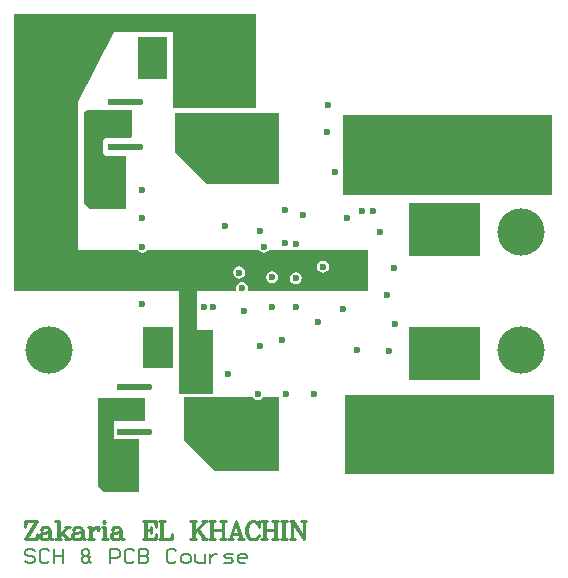
<source format=gtl>
G04*
G04 #@! TF.GenerationSoftware,Altium Limited,Altium Designer,19.1.7 (138)*
G04*
G04 Layer_Physical_Order=1*
G04 Layer_Color=255*
%FSLAX44Y44*%
%MOMM*%
G71*
G01*
G75*
%ADD10C,0.2000*%
%ADD11C,0.2540*%
%ADD12R,2.1000X0.6000*%
%ADD13R,2.5500X2.7500*%
%ADD14R,0.9000X2.5000*%
%ADD15R,3.8500X5.5000*%
%ADD23C,0.5000*%
%ADD24C,4.0000*%
%ADD25C,0.6000*%
G36*
X150000Y430000D02*
X125000D01*
Y465000D01*
X150000D01*
Y430000D01*
D02*
G37*
G36*
X225000Y480000D02*
X225000Y405000D01*
X155000Y405000D01*
Y470000D01*
X105000D01*
X75000Y410000D01*
Y285000D01*
X124991D01*
X125395Y284395D01*
X127049Y283290D01*
X129000Y282902D01*
X130951Y283290D01*
X132605Y284395D01*
X133009Y285000D01*
X227991Y285000D01*
X228395Y284395D01*
X230049Y283290D01*
X232000Y282902D01*
X233951Y283290D01*
X235605Y284395D01*
X236009Y285000D01*
X258508D01*
X259000Y284902D01*
X259492Y285000D01*
X320000D01*
X320000Y250000D01*
X218808D01*
X218141Y251270D01*
X218486Y253000D01*
X218097Y254951D01*
X216992Y256605D01*
X215338Y257710D01*
X213388Y258098D01*
X211437Y257710D01*
X209783Y256605D01*
X208678Y254951D01*
X208290Y253000D01*
X208634Y251270D01*
X207968Y250000D01*
X175000D01*
Y217000D01*
X189000D01*
Y163039D01*
X164000D01*
X163803Y163000D01*
X160000D01*
Y250000D01*
X20000Y250000D01*
X20000Y485000D01*
X225000D01*
Y480000D01*
D02*
G37*
G36*
X245000Y341000D02*
X184000D01*
X157000Y368000D01*
Y401000D01*
X245000D01*
Y341000D01*
D02*
G37*
G36*
X476000Y332000D02*
X299000D01*
Y399000D01*
X476000D01*
Y332000D01*
D02*
G37*
G36*
X120000Y404000D02*
X120000Y381270D01*
X118730Y380000D01*
X98000D01*
X96000Y378000D01*
Y367000D01*
X98000Y365000D01*
X115000D01*
Y320000D01*
X85000D01*
X80000Y325000D01*
X80000Y402000D01*
X83000Y404000D01*
X120000Y404000D01*
D02*
G37*
G36*
X415000Y280000D02*
X355000D01*
Y325000D01*
X415000D01*
Y280000D01*
D02*
G37*
G36*
X155000Y185000D02*
X130000D01*
Y220000D01*
X155000D01*
Y185000D01*
D02*
G37*
G36*
X415000Y175000D02*
X355000D01*
Y220000D01*
X415000D01*
Y175000D01*
D02*
G37*
G36*
X245000Y98000D02*
X190000D01*
X164000Y124000D01*
Y161000D01*
X222323D01*
X223395Y159395D01*
X225049Y158290D01*
X227000Y157902D01*
X228951Y158290D01*
X230605Y159395D01*
X231677Y161000D01*
X245000D01*
Y98000D01*
D02*
G37*
G36*
X478000Y95000D02*
X301000D01*
Y162000D01*
X478000D01*
Y95000D01*
D02*
G37*
G36*
X131240Y140000D02*
X105000D01*
Y125000D01*
X126240D01*
Y80000D01*
X96240D01*
X91240Y85000D01*
Y160000D01*
X131240D01*
Y140000D01*
D02*
G37*
%LPC*%
G36*
X282000Y276098D02*
X280049Y275710D01*
X278395Y274605D01*
X277290Y272951D01*
X276902Y271000D01*
X277290Y269049D01*
X278395Y267395D01*
X280049Y266290D01*
X282000Y265902D01*
X283951Y266290D01*
X285605Y267395D01*
X286710Y269049D01*
X287098Y271000D01*
X286710Y272951D01*
X285605Y274605D01*
X283951Y275710D01*
X282000Y276098D01*
D02*
G37*
G36*
X211000Y271098D02*
X209049Y270710D01*
X207395Y269605D01*
X206290Y267951D01*
X205902Y266000D01*
X206290Y264049D01*
X207395Y262395D01*
X209049Y261290D01*
X211000Y260902D01*
X212951Y261290D01*
X214605Y262395D01*
X215710Y264049D01*
X216098Y266000D01*
X215710Y267951D01*
X214605Y269605D01*
X212951Y270710D01*
X211000Y271098D01*
D02*
G37*
G36*
X239000Y267098D02*
X237049Y266710D01*
X235395Y265605D01*
X234290Y263951D01*
X233902Y262000D01*
X234290Y260049D01*
X235395Y258395D01*
X237049Y257290D01*
X239000Y256902D01*
X240951Y257290D01*
X242605Y258395D01*
X243710Y260049D01*
X244098Y262000D01*
X243710Y263951D01*
X242605Y265605D01*
X240951Y266710D01*
X239000Y267098D01*
D02*
G37*
G36*
X259000Y266098D02*
X257049Y265710D01*
X255395Y264605D01*
X254290Y262951D01*
X253902Y261000D01*
X254290Y259049D01*
X255395Y257395D01*
X257049Y256290D01*
X259000Y255902D01*
X260951Y256290D01*
X262605Y257395D01*
X263710Y259049D01*
X264098Y261000D01*
X263710Y262951D01*
X262605Y264605D01*
X260951Y265710D01*
X259000Y266098D01*
D02*
G37*
G36*
X222300Y134009D02*
X221129Y133776D01*
X220137Y133113D01*
X219474Y132121D01*
X219241Y130950D01*
X219474Y129780D01*
X220137Y128787D01*
X221087Y127837D01*
X222079Y127174D01*
X223250Y126941D01*
X224421Y127174D01*
X225413Y127837D01*
X226076Y128829D01*
X226309Y130000D01*
X226076Y131171D01*
X225413Y132163D01*
X224463Y133113D01*
X223470Y133776D01*
X222300Y134009D01*
D02*
G37*
%LPD*%
D10*
Y130950D02*
X223250Y130000D01*
X37997Y29997D02*
X35998Y31996D01*
X31999D01*
X30000Y29997D01*
Y27997D01*
X31999Y25998D01*
X35998D01*
X37997Y23999D01*
Y21999D01*
X35998Y20000D01*
X31999D01*
X30000Y21999D01*
X49994Y29997D02*
X47994Y31996D01*
X43995D01*
X41996Y29997D01*
Y21999D01*
X43995Y20000D01*
X47994D01*
X49994Y21999D01*
X53992Y31996D02*
Y20000D01*
Y25998D01*
X61990D01*
Y31996D01*
Y20000D01*
X85982D02*
X83982Y21999D01*
X81983Y20000D01*
X79984D01*
X77984Y21999D01*
Y23999D01*
X79984Y25998D01*
X77984Y27997D01*
Y29997D01*
X79984Y31996D01*
X81983D01*
X83982Y29997D01*
Y27997D01*
X81983Y25998D01*
X83982Y23999D01*
Y21999D01*
X85982Y25998D02*
X83982Y23999D01*
X79984Y25998D02*
X81983D01*
X101977Y20000D02*
Y31996D01*
X107975D01*
X109974Y29997D01*
Y25998D01*
X107975Y23999D01*
X101977D01*
X121970Y29997D02*
X119971Y31996D01*
X115972D01*
X113973Y29997D01*
Y21999D01*
X115972Y20000D01*
X119971D01*
X121970Y21999D01*
X125969Y31996D02*
Y20000D01*
X131967D01*
X133966Y21999D01*
Y23999D01*
X131967Y25998D01*
X125969D01*
X131967D01*
X133966Y27997D01*
Y29997D01*
X131967Y31996D01*
X125969D01*
X157959Y29997D02*
X155959Y31996D01*
X151960D01*
X149961Y29997D01*
Y21999D01*
X151960Y20000D01*
X155959D01*
X157959Y21999D01*
X163957Y20000D02*
X167955D01*
X169955Y21999D01*
Y25998D01*
X167955Y27997D01*
X163957D01*
X161957Y25998D01*
Y21999D01*
X163957Y20000D01*
X173953Y27997D02*
Y21999D01*
X175953Y20000D01*
X181951D01*
Y27997D01*
X185949D02*
Y20000D01*
Y23999D01*
X187949Y25998D01*
X189948Y27997D01*
X191947D01*
X197946Y20000D02*
X203944D01*
X205943Y21999D01*
X203944Y23999D01*
X199945D01*
X197946Y25998D01*
X199945Y27997D01*
X205943D01*
X215940Y20000D02*
X211941D01*
X209942Y21999D01*
Y25998D01*
X211941Y27997D01*
X215940D01*
X217939Y25998D01*
Y23999D01*
X209942D01*
D11*
X39432Y55237D02*
X30000Y40000D01*
X40158Y55237D02*
X30726Y40000D01*
Y55237D02*
X30000Y50883D01*
Y55237D01*
X40158D01*
X30000Y40000D02*
X40158D01*
Y44353D01*
X39432Y40000D01*
X43858Y48707D02*
Y47981D01*
X43133D01*
Y48707D01*
X43858Y49432D01*
X45309Y50158D01*
X48211D01*
X49663Y49432D01*
X50388Y48707D01*
X51114Y47256D01*
Y42177D01*
X51839Y40725D01*
X52565Y40000D01*
X50388Y48707D02*
Y42177D01*
X51114Y40725D01*
X52565Y40000D01*
X53290D01*
X50388Y47256D02*
X49663Y46530D01*
X45309Y45805D01*
X43133Y45079D01*
X42407Y43628D01*
Y42177D01*
X43133Y40725D01*
X45309Y40000D01*
X47486D01*
X48937Y40725D01*
X50388Y42177D01*
X45309Y45805D02*
X43858Y45079D01*
X43133Y43628D01*
Y42177D01*
X43858Y40725D01*
X45309Y40000D01*
X57644Y55237D02*
Y40000D01*
X58369Y55237D02*
Y40000D01*
X65625Y50158D02*
X58369Y42902D01*
X61997Y45805D02*
X66350Y40000D01*
X61272Y45805D02*
X65625Y40000D01*
X55467Y55237D02*
X58369D01*
X63448Y50158D02*
X67802D01*
X55467Y40000D02*
X60546D01*
X63448D02*
X67802D01*
X71284Y48707D02*
Y47981D01*
X70559D01*
Y48707D01*
X71284Y49432D01*
X72735Y50158D01*
X75638D01*
X77089Y49432D01*
X77814Y48707D01*
X78540Y47256D01*
Y42177D01*
X79265Y40725D01*
X79991Y40000D01*
X77814Y48707D02*
Y42177D01*
X78540Y40725D01*
X79991Y40000D01*
X80717D01*
X77814Y47256D02*
X77089Y46530D01*
X72735Y45805D01*
X70559Y45079D01*
X69833Y43628D01*
Y42177D01*
X70559Y40725D01*
X72735Y40000D01*
X74912D01*
X76363Y40725D01*
X77814Y42177D01*
X72735Y45805D02*
X71284Y45079D01*
X70559Y43628D01*
Y42177D01*
X71284Y40725D01*
X72735Y40000D01*
X85070Y50158D02*
Y40000D01*
X85795Y50158D02*
Y40000D01*
Y45805D02*
X86521Y47981D01*
X87972Y49432D01*
X89423Y50158D01*
X91600D01*
X92325Y49432D01*
Y48707D01*
X91600Y47981D01*
X90874Y48707D01*
X91600Y49432D01*
X82893Y50158D02*
X85795D01*
X82893Y40000D02*
X87972D01*
X96824Y55237D02*
X96098Y54511D01*
X96824Y53786D01*
X97549Y54511D01*
X96824Y55237D01*
Y50158D02*
Y40000D01*
X97549Y50158D02*
Y40000D01*
X94647Y50158D02*
X97549D01*
X94647Y40000D02*
X99726D01*
X103934Y48707D02*
Y47981D01*
X103209D01*
Y48707D01*
X103934Y49432D01*
X105386Y50158D01*
X108288D01*
X109739Y49432D01*
X110464Y48707D01*
X111190Y47256D01*
Y42177D01*
X111916Y40725D01*
X112641Y40000D01*
X110464Y48707D02*
Y42177D01*
X111190Y40725D01*
X112641Y40000D01*
X113367D01*
X110464Y47256D02*
X109739Y46530D01*
X105386Y45805D01*
X103209Y45079D01*
X102483Y43628D01*
Y42177D01*
X103209Y40725D01*
X105386Y40000D01*
X107562D01*
X109013Y40725D01*
X110464Y42177D01*
X105386Y45805D02*
X103934Y45079D01*
X103209Y43628D01*
Y42177D01*
X103934Y40725D01*
X105386Y40000D01*
X131433Y55237D02*
Y40000D01*
X132159Y55237D02*
Y40000D01*
X136512Y50883D02*
Y45079D01*
X129256Y55237D02*
X140865D01*
Y50883D01*
X140140Y55237D01*
X132159Y47981D02*
X136512D01*
X129256Y40000D02*
X140865D01*
Y44353D01*
X140140Y40000D01*
X145146Y55237D02*
Y40000D01*
X145872Y55237D02*
Y40000D01*
X142970Y55237D02*
X148048D01*
X142970Y40000D02*
X153853D01*
Y44353D01*
X153127Y40000D01*
X171919Y55237D02*
Y40000D01*
X172645Y55237D02*
Y40000D01*
X182077Y55237D02*
X172645Y45805D01*
X176273Y48707D02*
X182077Y40000D01*
X175547Y48707D02*
X181352Y40000D01*
X169743Y55237D02*
X174821D01*
X179175D02*
X183528D01*
X169743Y40000D02*
X174821D01*
X179175D02*
X183528D01*
X187591Y55237D02*
Y40000D01*
X188317Y55237D02*
Y40000D01*
X197024Y55237D02*
Y40000D01*
X197749Y55237D02*
Y40000D01*
X185415Y55237D02*
X190494D01*
X194847D02*
X199926D01*
X188317Y47981D02*
X197024D01*
X185415Y40000D02*
X190494D01*
X194847D02*
X199926D01*
X208270Y55237D02*
X203191Y40000D01*
X208270Y55237D02*
X213349Y40000D01*
X208270Y53060D02*
X212623Y40000D01*
X204642Y44353D02*
X211172D01*
X201740Y40000D02*
X206093D01*
X210446D02*
X214800D01*
X226917Y53060D02*
X227642Y50883D01*
Y55237D01*
X226917Y53060D01*
X225466Y54511D01*
X223289Y55237D01*
X221838D01*
X219661Y54511D01*
X218210Y53060D01*
X217484Y51609D01*
X216759Y49432D01*
Y45805D01*
X217484Y43628D01*
X218210Y42177D01*
X219661Y40725D01*
X221838Y40000D01*
X223289D01*
X225466Y40725D01*
X226917Y42177D01*
X227642Y43628D01*
X221838Y55237D02*
X220387Y54511D01*
X218936Y53060D01*
X218210Y51609D01*
X217484Y49432D01*
Y45805D01*
X218210Y43628D01*
X218936Y42177D01*
X220387Y40725D01*
X221838Y40000D01*
X231996Y55237D02*
Y40000D01*
X232721Y55237D02*
Y40000D01*
X241428Y55237D02*
Y40000D01*
X242153Y55237D02*
Y40000D01*
X229819Y55237D02*
X234898D01*
X239251D02*
X244330D01*
X232721Y47981D02*
X241428D01*
X229819Y40000D02*
X234898D01*
X239251D02*
X244330D01*
X248321Y55237D02*
Y40000D01*
X249046Y55237D02*
Y40000D01*
X246144Y55237D02*
X251223D01*
X246144Y40000D02*
X251223D01*
X256157Y55237D02*
Y40000D01*
X256882Y55237D02*
X265589Y41451D01*
X256882Y53786D02*
X265589Y40000D01*
Y55237D02*
Y40000D01*
X253980Y55237D02*
X256882D01*
X263412D02*
X267766D01*
X253980Y40000D02*
X258333D01*
D12*
X118000Y169050D02*
D03*
Y156350D02*
D03*
Y143650D02*
D03*
Y130950D02*
D03*
X176000Y169050D02*
D03*
Y156350D02*
D03*
Y143650D02*
D03*
Y130950D02*
D03*
X168000Y371950D02*
D03*
Y384650D02*
D03*
Y397350D02*
D03*
Y410050D02*
D03*
X110000Y371950D02*
D03*
Y384650D02*
D03*
Y397350D02*
D03*
Y410050D02*
D03*
D13*
X386000Y303000D02*
D03*
Y357000D02*
D03*
Y197000D02*
D03*
Y143000D02*
D03*
D14*
X144500Y452000D02*
D03*
X175500D02*
D03*
X150500Y200000D02*
D03*
X181500D02*
D03*
D15*
X223250Y130000D02*
D03*
X322750D02*
D03*
X322750Y370000D02*
D03*
X223250D02*
D03*
D23*
X113730Y410050D02*
X113780Y410000D01*
X113160D02*
X126840D01*
X113680D02*
X113730Y410050D01*
X121730Y130950D02*
X134950D01*
X121730Y169050D02*
X134950D01*
X113730Y371950D02*
X126950D01*
D24*
X450000Y200000D02*
D03*
Y360000D02*
D03*
Y300000D02*
D03*
X50000D02*
D03*
Y200000D02*
D03*
X450000Y140000D02*
D03*
D25*
X95000Y155000D02*
D03*
Y145000D02*
D03*
Y135000D02*
D03*
X110000Y120000D02*
D03*
X95000D02*
D03*
Y105000D02*
D03*
X110000D02*
D03*
X120000Y120000D02*
D03*
X95000Y90000D02*
D03*
X120000D02*
D03*
Y105000D02*
D03*
X110000Y90000D02*
D03*
X265000Y315000D02*
D03*
X100000Y330000D02*
D03*
X110000Y345000D02*
D03*
Y330000D02*
D03*
X85000D02*
D03*
X110000Y360000D02*
D03*
X100000Y345000D02*
D03*
X85000D02*
D03*
Y360000D02*
D03*
X100000D02*
D03*
X85000Y375000D02*
D03*
Y385000D02*
D03*
Y395000D02*
D03*
X189000Y237000D02*
D03*
X181000D02*
D03*
X315000Y318000D02*
D03*
X324000D02*
D03*
X285000Y385000D02*
D03*
X385000Y180000D02*
D03*
X365000Y190000D02*
D03*
X405000Y205000D02*
D03*
Y190000D02*
D03*
X365000Y205000D02*
D03*
X385000Y215000D02*
D03*
Y320000D02*
D03*
X365000Y310000D02*
D03*
X405000Y295000D02*
D03*
Y310000D02*
D03*
X365000Y295000D02*
D03*
X135000Y215000D02*
D03*
Y200000D02*
D03*
Y190000D02*
D03*
X130000Y440000D02*
D03*
X145000Y435000D02*
D03*
X282000Y271000D02*
D03*
X259000Y261000D02*
D03*
Y237000D02*
D03*
X239000D02*
D03*
X373000Y160000D02*
D03*
X387000Y338000D02*
D03*
X229000Y204000D02*
D03*
X278000Y224000D02*
D03*
X215325Y233000D02*
D03*
X213388Y253000D02*
D03*
X239000Y262000D02*
D03*
X250250Y290750D02*
D03*
X259000Y290000D02*
D03*
X330000Y300000D02*
D03*
X211000Y266000D02*
D03*
X311000Y200000D02*
D03*
X143500Y272500D02*
D03*
X129000Y288000D02*
D03*
X185000Y372000D02*
D03*
X192000Y131000D02*
D03*
X135000Y130900D02*
D03*
Y169000D02*
D03*
X127000Y371900D02*
D03*
X385000Y285000D02*
D03*
X131230Y452050D02*
D03*
X100000Y385000D02*
D03*
Y395000D02*
D03*
X126840Y410000D02*
D03*
X286000Y408000D02*
D03*
X249500Y318500D02*
D03*
X302000Y312000D02*
D03*
X342000Y270000D02*
D03*
X336500Y247000D02*
D03*
X337500Y199500D02*
D03*
X343000Y222000D02*
D03*
X251000Y163000D02*
D03*
X292000Y351000D02*
D03*
X274000Y163000D02*
D03*
X227000D02*
D03*
X129000Y336000D02*
D03*
Y312000D02*
D03*
X199000Y305000D02*
D03*
X232000Y288000D02*
D03*
X310000Y258000D02*
D03*
X228617Y300868D02*
D03*
X129000Y239000D02*
D03*
X299000Y235000D02*
D03*
X247000Y209000D02*
D03*
X202000Y180000D02*
D03*
M02*

</source>
